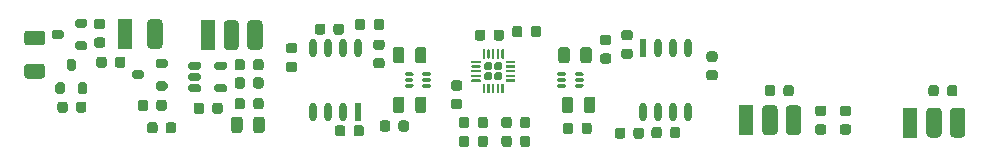
<source format=gbp>
%TF.GenerationSoftware,KiCad,Pcbnew,5.1.10-88a1d61d58~90~ubuntu20.04.1*%
%TF.CreationDate,2021-10-17T13:06:20+02:00*%
%TF.ProjectId,LightSTICK,4c696768-7453-4544-9943-4b2e6b696361,rev?*%
%TF.SameCoordinates,Original*%
%TF.FileFunction,Paste,Bot*%
%TF.FilePolarity,Positive*%
%FSLAX46Y46*%
G04 Gerber Fmt 4.6, Leading zero omitted, Abs format (unit mm)*
G04 Created by KiCad (PCBNEW 5.1.10-88a1d61d58~90~ubuntu20.04.1) date 2021-10-17 13:06:20*
%MOMM*%
%LPD*%
G01*
G04 APERTURE LIST*
%ADD10O,0.599440X1.549400*%
%ADD11R,0.599440X1.549400*%
%ADD12C,0.100000*%
%ADD13R,1.300000X2.540000*%
G04 APERTURE END LIST*
%TO.C,R1*%
G36*
G01*
X91475000Y-52656250D02*
X91475000Y-52143750D01*
G75*
G02*
X91693750Y-51925000I218750J0D01*
G01*
X92131250Y-51925000D01*
G75*
G02*
X92350000Y-52143750I0J-218750D01*
G01*
X92350000Y-52656250D01*
G75*
G02*
X92131250Y-52875000I-218750J0D01*
G01*
X91693750Y-52875000D01*
G75*
G02*
X91475000Y-52656250I0J218750D01*
G01*
G37*
G36*
G01*
X93050000Y-52656250D02*
X93050000Y-52143750D01*
G75*
G02*
X93268750Y-51925000I218750J0D01*
G01*
X93706250Y-51925000D01*
G75*
G02*
X93925000Y-52143750I0J-218750D01*
G01*
X93925000Y-52656250D01*
G75*
G02*
X93706250Y-52875000I-218750J0D01*
G01*
X93268750Y-52875000D01*
G75*
G02*
X93050000Y-52656250I0J218750D01*
G01*
G37*
%TD*%
D10*
%TO.C,U4*%
X102595000Y-59197480D03*
X103865000Y-59197480D03*
X105135000Y-59197480D03*
X106405000Y-59197480D03*
X106405000Y-53802520D03*
X105135000Y-53802520D03*
X103865000Y-53802520D03*
D11*
X102595000Y-53802520D03*
%TD*%
%TO.C,IC1*%
G36*
G01*
X66270000Y-57362500D02*
X66270000Y-57037500D01*
G75*
G02*
X66432500Y-56875000I162500J0D01*
G01*
X67167500Y-56875000D01*
G75*
G02*
X67330000Y-57037500I0J-162500D01*
G01*
X67330000Y-57362500D01*
G75*
G02*
X67167500Y-57525000I-162500J0D01*
G01*
X66432500Y-57525000D01*
G75*
G02*
X66270000Y-57362500I0J162500D01*
G01*
G37*
G36*
G01*
X66270000Y-55462500D02*
X66270000Y-55137500D01*
G75*
G02*
X66432500Y-54975000I162500J0D01*
G01*
X67167500Y-54975000D01*
G75*
G02*
X67330000Y-55137500I0J-162500D01*
G01*
X67330000Y-55462500D01*
G75*
G02*
X67167500Y-55625000I-162500J0D01*
G01*
X66432500Y-55625000D01*
G75*
G02*
X66270000Y-55462500I0J162500D01*
G01*
G37*
G36*
G01*
X64070000Y-55462500D02*
X64070000Y-55137500D01*
G75*
G02*
X64232500Y-54975000I162500J0D01*
G01*
X64967500Y-54975000D01*
G75*
G02*
X65130000Y-55137500I0J-162500D01*
G01*
X65130000Y-55462500D01*
G75*
G02*
X64967500Y-55625000I-162500J0D01*
G01*
X64232500Y-55625000D01*
G75*
G02*
X64070000Y-55462500I0J162500D01*
G01*
G37*
G36*
G01*
X64070000Y-56412500D02*
X64070000Y-56087500D01*
G75*
G02*
X64232500Y-55925000I162500J0D01*
G01*
X64967500Y-55925000D01*
G75*
G02*
X65130000Y-56087500I0J-162500D01*
G01*
X65130000Y-56412500D01*
G75*
G02*
X64967500Y-56575000I-162500J0D01*
G01*
X64232500Y-56575000D01*
G75*
G02*
X64070000Y-56412500I0J162500D01*
G01*
G37*
G36*
G01*
X64070000Y-57362500D02*
X64070000Y-57037500D01*
G75*
G02*
X64232500Y-56875000I162500J0D01*
G01*
X64967500Y-56875000D01*
G75*
G02*
X65130000Y-57037500I0J-162500D01*
G01*
X65130000Y-57362500D01*
G75*
G02*
X64967500Y-57525000I-162500J0D01*
G01*
X64232500Y-57525000D01*
G75*
G02*
X64070000Y-57362500I0J162500D01*
G01*
G37*
%TD*%
%TO.C,R23*%
G36*
G01*
X67675000Y-60756250D02*
X67675000Y-59843750D01*
G75*
G02*
X67918750Y-59600000I243750J0D01*
G01*
X68406250Y-59600000D01*
G75*
G02*
X68650000Y-59843750I0J-243750D01*
G01*
X68650000Y-60756250D01*
G75*
G02*
X68406250Y-61000000I-243750J0D01*
G01*
X67918750Y-61000000D01*
G75*
G02*
X67675000Y-60756250I0J243750D01*
G01*
G37*
G36*
G01*
X69550000Y-60756250D02*
X69550000Y-59843750D01*
G75*
G02*
X69793750Y-59600000I243750J0D01*
G01*
X70281250Y-59600000D01*
G75*
G02*
X70525000Y-59843750I0J-243750D01*
G01*
X70525000Y-60756250D01*
G75*
G02*
X70281250Y-61000000I-243750J0D01*
G01*
X69793750Y-61000000D01*
G75*
G02*
X69550000Y-60756250I0J243750D01*
G01*
G37*
%TD*%
%TO.C,R22*%
G36*
G01*
X115325000Y-57143750D02*
X115325000Y-57656250D01*
G75*
G02*
X115106250Y-57875000I-218750J0D01*
G01*
X114668750Y-57875000D01*
G75*
G02*
X114450000Y-57656250I0J218750D01*
G01*
X114450000Y-57143750D01*
G75*
G02*
X114668750Y-56925000I218750J0D01*
G01*
X115106250Y-56925000D01*
G75*
G02*
X115325000Y-57143750I0J-218750D01*
G01*
G37*
G36*
G01*
X113750000Y-57143750D02*
X113750000Y-57656250D01*
G75*
G02*
X113531250Y-57875000I-218750J0D01*
G01*
X113093750Y-57875000D01*
G75*
G02*
X112875000Y-57656250I0J218750D01*
G01*
X112875000Y-57143750D01*
G75*
G02*
X113093750Y-56925000I218750J0D01*
G01*
X113531250Y-56925000D01*
G75*
G02*
X113750000Y-57143750I0J-218750D01*
G01*
G37*
%TD*%
%TO.C,R21*%
G36*
G01*
X129175000Y-57143750D02*
X129175000Y-57656250D01*
G75*
G02*
X128956250Y-57875000I-218750J0D01*
G01*
X128518750Y-57875000D01*
G75*
G02*
X128300000Y-57656250I0J218750D01*
G01*
X128300000Y-57143750D01*
G75*
G02*
X128518750Y-56925000I218750J0D01*
G01*
X128956250Y-56925000D01*
G75*
G02*
X129175000Y-57143750I0J-218750D01*
G01*
G37*
G36*
G01*
X127600000Y-57143750D02*
X127600000Y-57656250D01*
G75*
G02*
X127381250Y-57875000I-218750J0D01*
G01*
X126943750Y-57875000D01*
G75*
G02*
X126725000Y-57656250I0J218750D01*
G01*
X126725000Y-57143750D01*
G75*
G02*
X126943750Y-56925000I218750J0D01*
G01*
X127381250Y-56925000D01*
G75*
G02*
X127600000Y-57143750I0J-218750D01*
G01*
G37*
%TD*%
%TO.C,R20*%
G36*
G01*
X55425000Y-58543750D02*
X55425000Y-59056250D01*
G75*
G02*
X55206250Y-59275000I-218750J0D01*
G01*
X54768750Y-59275000D01*
G75*
G02*
X54550000Y-59056250I0J218750D01*
G01*
X54550000Y-58543750D01*
G75*
G02*
X54768750Y-58325000I218750J0D01*
G01*
X55206250Y-58325000D01*
G75*
G02*
X55425000Y-58543750I0J-218750D01*
G01*
G37*
G36*
G01*
X53850000Y-58543750D02*
X53850000Y-59056250D01*
G75*
G02*
X53631250Y-59275000I-218750J0D01*
G01*
X53193750Y-59275000D01*
G75*
G02*
X52975000Y-59056250I0J218750D01*
G01*
X52975000Y-58543750D01*
G75*
G02*
X53193750Y-58325000I218750J0D01*
G01*
X53631250Y-58325000D01*
G75*
G02*
X53850000Y-58543750I0J-218750D01*
G01*
G37*
%TD*%
%TO.C,R19*%
G36*
G01*
X64512500Y-59156250D02*
X64512500Y-58643750D01*
G75*
G02*
X64731250Y-58425000I218750J0D01*
G01*
X65168750Y-58425000D01*
G75*
G02*
X65387500Y-58643750I0J-218750D01*
G01*
X65387500Y-59156250D01*
G75*
G02*
X65168750Y-59375000I-218750J0D01*
G01*
X64731250Y-59375000D01*
G75*
G02*
X64512500Y-59156250I0J218750D01*
G01*
G37*
G36*
G01*
X66087500Y-59156250D02*
X66087500Y-58643750D01*
G75*
G02*
X66306250Y-58425000I218750J0D01*
G01*
X66743750Y-58425000D01*
G75*
G02*
X66962500Y-58643750I0J-218750D01*
G01*
X66962500Y-59156250D01*
G75*
G02*
X66743750Y-59375000I-218750J0D01*
G01*
X66306250Y-59375000D01*
G75*
G02*
X66087500Y-59156250I0J218750D01*
G01*
G37*
%TD*%
%TO.C,R18*%
G36*
G01*
X60575000Y-60806250D02*
X60575000Y-60293750D01*
G75*
G02*
X60793750Y-60075000I218750J0D01*
G01*
X61231250Y-60075000D01*
G75*
G02*
X61450000Y-60293750I0J-218750D01*
G01*
X61450000Y-60806250D01*
G75*
G02*
X61231250Y-61025000I-218750J0D01*
G01*
X60793750Y-61025000D01*
G75*
G02*
X60575000Y-60806250I0J218750D01*
G01*
G37*
G36*
G01*
X62150000Y-60806250D02*
X62150000Y-60293750D01*
G75*
G02*
X62368750Y-60075000I218750J0D01*
G01*
X62806250Y-60075000D01*
G75*
G02*
X63025000Y-60293750I0J-218750D01*
G01*
X63025000Y-60806250D01*
G75*
G02*
X62806250Y-61025000I-218750J0D01*
G01*
X62368750Y-61025000D01*
G75*
G02*
X62150000Y-60806250I0J218750D01*
G01*
G37*
%TD*%
%TO.C,Q4*%
G36*
G01*
X55300000Y-57700000D02*
X54900000Y-57700000D01*
G75*
G02*
X54700000Y-57500000I0J200000D01*
G01*
X54700000Y-56900000D01*
G75*
G02*
X54900000Y-56700000I200000J0D01*
G01*
X55300000Y-56700000D01*
G75*
G02*
X55500000Y-56900000I0J-200000D01*
G01*
X55500000Y-57500000D01*
G75*
G02*
X55300000Y-57700000I-200000J0D01*
G01*
G37*
G36*
G01*
X53400000Y-57700000D02*
X53000000Y-57700000D01*
G75*
G02*
X52800000Y-57500000I0J200000D01*
G01*
X52800000Y-56900000D01*
G75*
G02*
X53000000Y-56700000I200000J0D01*
G01*
X53400000Y-56700000D01*
G75*
G02*
X53600000Y-56900000I0J-200000D01*
G01*
X53600000Y-57500000D01*
G75*
G02*
X53400000Y-57700000I-200000J0D01*
G01*
G37*
G36*
G01*
X54350000Y-55700000D02*
X53950000Y-55700000D01*
G75*
G02*
X53750000Y-55500000I0J200000D01*
G01*
X53750000Y-54900000D01*
G75*
G02*
X53950000Y-54700000I200000J0D01*
G01*
X54350000Y-54700000D01*
G75*
G02*
X54550000Y-54900000I0J-200000D01*
G01*
X54550000Y-55500000D01*
G75*
G02*
X54350000Y-55700000I-200000J0D01*
G01*
G37*
%TD*%
%TO.C,Q3*%
G36*
G01*
X55500000Y-51500000D02*
X55500000Y-51900000D01*
G75*
G02*
X55300000Y-52100000I-200000J0D01*
G01*
X54700000Y-52100000D01*
G75*
G02*
X54500000Y-51900000I0J200000D01*
G01*
X54500000Y-51500000D01*
G75*
G02*
X54700000Y-51300000I200000J0D01*
G01*
X55300000Y-51300000D01*
G75*
G02*
X55500000Y-51500000I0J-200000D01*
G01*
G37*
G36*
G01*
X55500000Y-53400000D02*
X55500000Y-53800000D01*
G75*
G02*
X55300000Y-54000000I-200000J0D01*
G01*
X54700000Y-54000000D01*
G75*
G02*
X54500000Y-53800000I0J200000D01*
G01*
X54500000Y-53400000D01*
G75*
G02*
X54700000Y-53200000I200000J0D01*
G01*
X55300000Y-53200000D01*
G75*
G02*
X55500000Y-53400000I0J-200000D01*
G01*
G37*
G36*
G01*
X53500000Y-52450000D02*
X53500000Y-52850000D01*
G75*
G02*
X53300000Y-53050000I-200000J0D01*
G01*
X52700000Y-53050000D01*
G75*
G02*
X52500000Y-52850000I0J200000D01*
G01*
X52500000Y-52450000D01*
G75*
G02*
X52700000Y-52250000I200000J0D01*
G01*
X53300000Y-52250000D01*
G75*
G02*
X53500000Y-52450000I0J-200000D01*
G01*
G37*
%TD*%
%TO.C,C16*%
G36*
G01*
X67975000Y-58756250D02*
X67975000Y-58243750D01*
G75*
G02*
X68193750Y-58025000I218750J0D01*
G01*
X68631250Y-58025000D01*
G75*
G02*
X68850000Y-58243750I0J-218750D01*
G01*
X68850000Y-58756250D01*
G75*
G02*
X68631250Y-58975000I-218750J0D01*
G01*
X68193750Y-58975000D01*
G75*
G02*
X67975000Y-58756250I0J218750D01*
G01*
G37*
G36*
G01*
X69550000Y-58756250D02*
X69550000Y-58243750D01*
G75*
G02*
X69768750Y-58025000I218750J0D01*
G01*
X70206250Y-58025000D01*
G75*
G02*
X70425000Y-58243750I0J-218750D01*
G01*
X70425000Y-58756250D01*
G75*
G02*
X70206250Y-58975000I-218750J0D01*
G01*
X69768750Y-58975000D01*
G75*
G02*
X69550000Y-58756250I0J218750D01*
G01*
G37*
%TD*%
%TO.C,R17*%
G36*
G01*
X86518750Y-56525000D02*
X87031250Y-56525000D01*
G75*
G02*
X87250000Y-56743750I0J-218750D01*
G01*
X87250000Y-57181250D01*
G75*
G02*
X87031250Y-57400000I-218750J0D01*
G01*
X86518750Y-57400000D01*
G75*
G02*
X86300000Y-57181250I0J218750D01*
G01*
X86300000Y-56743750D01*
G75*
G02*
X86518750Y-56525000I218750J0D01*
G01*
G37*
G36*
G01*
X86518750Y-58100000D02*
X87031250Y-58100000D01*
G75*
G02*
X87250000Y-58318750I0J-218750D01*
G01*
X87250000Y-58756250D01*
G75*
G02*
X87031250Y-58975000I-218750J0D01*
G01*
X86518750Y-58975000D01*
G75*
G02*
X86300000Y-58756250I0J218750D01*
G01*
X86300000Y-58318750D01*
G75*
G02*
X86518750Y-58100000I218750J0D01*
G01*
G37*
%TD*%
D12*
%TO.C,U6*%
G36*
X89174039Y-54659755D02*
G01*
X89171194Y-54669134D01*
X89166573Y-54677779D01*
X89160355Y-54685355D01*
X89152779Y-54691573D01*
X89144134Y-54696194D01*
X89134755Y-54699039D01*
X89125000Y-54700000D01*
X89075711Y-54700000D01*
X89065956Y-54699039D01*
X89056577Y-54696194D01*
X89047932Y-54691573D01*
X89040356Y-54685355D01*
X88989645Y-54634644D01*
X88983427Y-54627068D01*
X88978806Y-54618423D01*
X88975961Y-54609044D01*
X88975000Y-54599289D01*
X88975000Y-53950000D01*
X88975961Y-53940245D01*
X88978806Y-53930866D01*
X88983427Y-53922221D01*
X88989645Y-53914645D01*
X88997221Y-53908427D01*
X89005866Y-53903806D01*
X89015245Y-53900961D01*
X89025000Y-53900000D01*
X89125000Y-53900000D01*
X89134755Y-53900961D01*
X89144134Y-53903806D01*
X89152779Y-53908427D01*
X89160355Y-53914645D01*
X89166573Y-53922221D01*
X89171194Y-53930866D01*
X89174039Y-53940245D01*
X89175000Y-53950000D01*
X89175000Y-54650000D01*
X89174039Y-54659755D01*
G37*
G36*
G01*
X89425000Y-53900000D02*
X89525000Y-53900000D01*
G75*
G02*
X89575000Y-53950000I0J-50000D01*
G01*
X89575000Y-54650000D01*
G75*
G02*
X89525000Y-54700000I-50000J0D01*
G01*
X89425000Y-54700000D01*
G75*
G02*
X89375000Y-54650000I0J50000D01*
G01*
X89375000Y-53950000D01*
G75*
G02*
X89425000Y-53900000I50000J0D01*
G01*
G37*
G36*
G01*
X89825000Y-53900000D02*
X89925000Y-53900000D01*
G75*
G02*
X89975000Y-53950000I0J-50000D01*
G01*
X89975000Y-54650000D01*
G75*
G02*
X89925000Y-54700000I-50000J0D01*
G01*
X89825000Y-54700000D01*
G75*
G02*
X89775000Y-54650000I0J50000D01*
G01*
X89775000Y-53950000D01*
G75*
G02*
X89825000Y-53900000I50000J0D01*
G01*
G37*
G36*
G01*
X90225000Y-53900000D02*
X90325000Y-53900000D01*
G75*
G02*
X90375000Y-53950000I0J-50000D01*
G01*
X90375000Y-54650000D01*
G75*
G02*
X90325000Y-54700000I-50000J0D01*
G01*
X90225000Y-54700000D01*
G75*
G02*
X90175000Y-54650000I0J50000D01*
G01*
X90175000Y-53950000D01*
G75*
G02*
X90225000Y-53900000I50000J0D01*
G01*
G37*
G36*
X90774039Y-54609044D02*
G01*
X90771194Y-54618423D01*
X90766573Y-54627068D01*
X90760355Y-54634644D01*
X90709644Y-54685355D01*
X90702068Y-54691573D01*
X90693423Y-54696194D01*
X90684044Y-54699039D01*
X90674289Y-54700000D01*
X90625000Y-54700000D01*
X90615245Y-54699039D01*
X90605866Y-54696194D01*
X90597221Y-54691573D01*
X90589645Y-54685355D01*
X90583427Y-54677779D01*
X90578806Y-54669134D01*
X90575961Y-54659755D01*
X90575000Y-54650000D01*
X90575000Y-53950000D01*
X90575961Y-53940245D01*
X90578806Y-53930866D01*
X90583427Y-53922221D01*
X90589645Y-53914645D01*
X90597221Y-53908427D01*
X90605866Y-53903806D01*
X90615245Y-53900961D01*
X90625000Y-53900000D01*
X90725000Y-53900000D01*
X90734755Y-53900961D01*
X90744134Y-53903806D01*
X90752779Y-53908427D01*
X90760355Y-53914645D01*
X90766573Y-53922221D01*
X90771194Y-53930866D01*
X90774039Y-53940245D01*
X90775000Y-53950000D01*
X90775000Y-54599289D01*
X90774039Y-54609044D01*
G37*
G36*
X91724039Y-55009755D02*
G01*
X91721194Y-55019134D01*
X91716573Y-55027779D01*
X91710355Y-55035355D01*
X91702779Y-55041573D01*
X91694134Y-55046194D01*
X91684755Y-55049039D01*
X91675000Y-55050000D01*
X90975000Y-55050000D01*
X90965245Y-55049039D01*
X90955866Y-55046194D01*
X90947221Y-55041573D01*
X90939645Y-55035355D01*
X90933427Y-55027779D01*
X90928806Y-55019134D01*
X90925961Y-55009755D01*
X90925000Y-55000000D01*
X90925000Y-54950711D01*
X90925961Y-54940956D01*
X90928806Y-54931577D01*
X90933427Y-54922932D01*
X90939645Y-54915356D01*
X90990356Y-54864645D01*
X90997932Y-54858427D01*
X91006577Y-54853806D01*
X91015956Y-54850961D01*
X91025711Y-54850000D01*
X91675000Y-54850000D01*
X91684755Y-54850961D01*
X91694134Y-54853806D01*
X91702779Y-54858427D01*
X91710355Y-54864645D01*
X91716573Y-54872221D01*
X91721194Y-54880866D01*
X91724039Y-54890245D01*
X91725000Y-54900000D01*
X91725000Y-55000000D01*
X91724039Y-55009755D01*
G37*
G36*
G01*
X90975000Y-55250000D02*
X91675000Y-55250000D01*
G75*
G02*
X91725000Y-55300000I0J-50000D01*
G01*
X91725000Y-55400000D01*
G75*
G02*
X91675000Y-55450000I-50000J0D01*
G01*
X90975000Y-55450000D01*
G75*
G02*
X90925000Y-55400000I0J50000D01*
G01*
X90925000Y-55300000D01*
G75*
G02*
X90975000Y-55250000I50000J0D01*
G01*
G37*
G36*
G01*
X90975000Y-55650000D02*
X91675000Y-55650000D01*
G75*
G02*
X91725000Y-55700000I0J-50000D01*
G01*
X91725000Y-55800000D01*
G75*
G02*
X91675000Y-55850000I-50000J0D01*
G01*
X90975000Y-55850000D01*
G75*
G02*
X90925000Y-55800000I0J50000D01*
G01*
X90925000Y-55700000D01*
G75*
G02*
X90975000Y-55650000I50000J0D01*
G01*
G37*
G36*
G01*
X90975000Y-56050000D02*
X91675000Y-56050000D01*
G75*
G02*
X91725000Y-56100000I0J-50000D01*
G01*
X91725000Y-56200000D01*
G75*
G02*
X91675000Y-56250000I-50000J0D01*
G01*
X90975000Y-56250000D01*
G75*
G02*
X90925000Y-56200000I0J50000D01*
G01*
X90925000Y-56100000D01*
G75*
G02*
X90975000Y-56050000I50000J0D01*
G01*
G37*
G36*
X91724039Y-56609755D02*
G01*
X91721194Y-56619134D01*
X91716573Y-56627779D01*
X91710355Y-56635355D01*
X91702779Y-56641573D01*
X91694134Y-56646194D01*
X91684755Y-56649039D01*
X91675000Y-56650000D01*
X91025711Y-56650000D01*
X91015956Y-56649039D01*
X91006577Y-56646194D01*
X90997932Y-56641573D01*
X90990356Y-56635355D01*
X90939645Y-56584644D01*
X90933427Y-56577068D01*
X90928806Y-56568423D01*
X90925961Y-56559044D01*
X90925000Y-56549289D01*
X90925000Y-56500000D01*
X90925961Y-56490245D01*
X90928806Y-56480866D01*
X90933427Y-56472221D01*
X90939645Y-56464645D01*
X90947221Y-56458427D01*
X90955866Y-56453806D01*
X90965245Y-56450961D01*
X90975000Y-56450000D01*
X91675000Y-56450000D01*
X91684755Y-56450961D01*
X91694134Y-56453806D01*
X91702779Y-56458427D01*
X91710355Y-56464645D01*
X91716573Y-56472221D01*
X91721194Y-56480866D01*
X91724039Y-56490245D01*
X91725000Y-56500000D01*
X91725000Y-56600000D01*
X91724039Y-56609755D01*
G37*
G36*
X90774039Y-57559755D02*
G01*
X90771194Y-57569134D01*
X90766573Y-57577779D01*
X90760355Y-57585355D01*
X90752779Y-57591573D01*
X90744134Y-57596194D01*
X90734755Y-57599039D01*
X90725000Y-57600000D01*
X90625000Y-57600000D01*
X90615245Y-57599039D01*
X90605866Y-57596194D01*
X90597221Y-57591573D01*
X90589645Y-57585355D01*
X90583427Y-57577779D01*
X90578806Y-57569134D01*
X90575961Y-57559755D01*
X90575000Y-57550000D01*
X90575000Y-56850000D01*
X90575961Y-56840245D01*
X90578806Y-56830866D01*
X90583427Y-56822221D01*
X90589645Y-56814645D01*
X90597221Y-56808427D01*
X90605866Y-56803806D01*
X90615245Y-56800961D01*
X90625000Y-56800000D01*
X90674289Y-56800000D01*
X90684044Y-56800961D01*
X90693423Y-56803806D01*
X90702068Y-56808427D01*
X90709644Y-56814645D01*
X90760355Y-56865356D01*
X90766573Y-56872932D01*
X90771194Y-56881577D01*
X90774039Y-56890956D01*
X90775000Y-56900711D01*
X90775000Y-57550000D01*
X90774039Y-57559755D01*
G37*
G36*
G01*
X90225000Y-56800000D02*
X90325000Y-56800000D01*
G75*
G02*
X90375000Y-56850000I0J-50000D01*
G01*
X90375000Y-57550000D01*
G75*
G02*
X90325000Y-57600000I-50000J0D01*
G01*
X90225000Y-57600000D01*
G75*
G02*
X90175000Y-57550000I0J50000D01*
G01*
X90175000Y-56850000D01*
G75*
G02*
X90225000Y-56800000I50000J0D01*
G01*
G37*
G36*
G01*
X89825000Y-56800000D02*
X89925000Y-56800000D01*
G75*
G02*
X89975000Y-56850000I0J-50000D01*
G01*
X89975000Y-57550000D01*
G75*
G02*
X89925000Y-57600000I-50000J0D01*
G01*
X89825000Y-57600000D01*
G75*
G02*
X89775000Y-57550000I0J50000D01*
G01*
X89775000Y-56850000D01*
G75*
G02*
X89825000Y-56800000I50000J0D01*
G01*
G37*
G36*
G01*
X89425000Y-56800000D02*
X89525000Y-56800000D01*
G75*
G02*
X89575000Y-56850000I0J-50000D01*
G01*
X89575000Y-57550000D01*
G75*
G02*
X89525000Y-57600000I-50000J0D01*
G01*
X89425000Y-57600000D01*
G75*
G02*
X89375000Y-57550000I0J50000D01*
G01*
X89375000Y-56850000D01*
G75*
G02*
X89425000Y-56800000I50000J0D01*
G01*
G37*
G36*
X89174039Y-57559755D02*
G01*
X89171194Y-57569134D01*
X89166573Y-57577779D01*
X89160355Y-57585355D01*
X89152779Y-57591573D01*
X89144134Y-57596194D01*
X89134755Y-57599039D01*
X89125000Y-57600000D01*
X89025000Y-57600000D01*
X89015245Y-57599039D01*
X89005866Y-57596194D01*
X88997221Y-57591573D01*
X88989645Y-57585355D01*
X88983427Y-57577779D01*
X88978806Y-57569134D01*
X88975961Y-57559755D01*
X88975000Y-57550000D01*
X88975000Y-56900711D01*
X88975961Y-56890956D01*
X88978806Y-56881577D01*
X88983427Y-56872932D01*
X88989645Y-56865356D01*
X89040356Y-56814645D01*
X89047932Y-56808427D01*
X89056577Y-56803806D01*
X89065956Y-56800961D01*
X89075711Y-56800000D01*
X89125000Y-56800000D01*
X89134755Y-56800961D01*
X89144134Y-56803806D01*
X89152779Y-56808427D01*
X89160355Y-56814645D01*
X89166573Y-56822221D01*
X89171194Y-56830866D01*
X89174039Y-56840245D01*
X89175000Y-56850000D01*
X89175000Y-57550000D01*
X89174039Y-57559755D01*
G37*
G36*
X88824039Y-56559044D02*
G01*
X88821194Y-56568423D01*
X88816573Y-56577068D01*
X88810355Y-56584644D01*
X88759644Y-56635355D01*
X88752068Y-56641573D01*
X88743423Y-56646194D01*
X88734044Y-56649039D01*
X88724289Y-56650000D01*
X88075000Y-56650000D01*
X88065245Y-56649039D01*
X88055866Y-56646194D01*
X88047221Y-56641573D01*
X88039645Y-56635355D01*
X88033427Y-56627779D01*
X88028806Y-56619134D01*
X88025961Y-56609755D01*
X88025000Y-56600000D01*
X88025000Y-56500000D01*
X88025961Y-56490245D01*
X88028806Y-56480866D01*
X88033427Y-56472221D01*
X88039645Y-56464645D01*
X88047221Y-56458427D01*
X88055866Y-56453806D01*
X88065245Y-56450961D01*
X88075000Y-56450000D01*
X88775000Y-56450000D01*
X88784755Y-56450961D01*
X88794134Y-56453806D01*
X88802779Y-56458427D01*
X88810355Y-56464645D01*
X88816573Y-56472221D01*
X88821194Y-56480866D01*
X88824039Y-56490245D01*
X88825000Y-56500000D01*
X88825000Y-56549289D01*
X88824039Y-56559044D01*
G37*
G36*
G01*
X88075000Y-56050000D02*
X88775000Y-56050000D01*
G75*
G02*
X88825000Y-56100000I0J-50000D01*
G01*
X88825000Y-56200000D01*
G75*
G02*
X88775000Y-56250000I-50000J0D01*
G01*
X88075000Y-56250000D01*
G75*
G02*
X88025000Y-56200000I0J50000D01*
G01*
X88025000Y-56100000D01*
G75*
G02*
X88075000Y-56050000I50000J0D01*
G01*
G37*
G36*
G01*
X88075000Y-55650000D02*
X88775000Y-55650000D01*
G75*
G02*
X88825000Y-55700000I0J-50000D01*
G01*
X88825000Y-55800000D01*
G75*
G02*
X88775000Y-55850000I-50000J0D01*
G01*
X88075000Y-55850000D01*
G75*
G02*
X88025000Y-55800000I0J50000D01*
G01*
X88025000Y-55700000D01*
G75*
G02*
X88075000Y-55650000I50000J0D01*
G01*
G37*
G36*
G01*
X88075000Y-55250000D02*
X88775000Y-55250000D01*
G75*
G02*
X88825000Y-55300000I0J-50000D01*
G01*
X88825000Y-55400000D01*
G75*
G02*
X88775000Y-55450000I-50000J0D01*
G01*
X88075000Y-55450000D01*
G75*
G02*
X88025000Y-55400000I0J50000D01*
G01*
X88025000Y-55300000D01*
G75*
G02*
X88075000Y-55250000I50000J0D01*
G01*
G37*
G36*
X88824039Y-55009755D02*
G01*
X88821194Y-55019134D01*
X88816573Y-55027779D01*
X88810355Y-55035355D01*
X88802779Y-55041573D01*
X88794134Y-55046194D01*
X88784755Y-55049039D01*
X88775000Y-55050000D01*
X88075000Y-55050000D01*
X88065245Y-55049039D01*
X88055866Y-55046194D01*
X88047221Y-55041573D01*
X88039645Y-55035355D01*
X88033427Y-55027779D01*
X88028806Y-55019134D01*
X88025961Y-55009755D01*
X88025000Y-55000000D01*
X88025000Y-54900000D01*
X88025961Y-54890245D01*
X88028806Y-54880866D01*
X88033427Y-54872221D01*
X88039645Y-54864645D01*
X88047221Y-54858427D01*
X88055866Y-54853806D01*
X88065245Y-54850961D01*
X88075000Y-54850000D01*
X88724289Y-54850000D01*
X88734044Y-54850961D01*
X88743423Y-54853806D01*
X88752068Y-54858427D01*
X88759644Y-54864645D01*
X88810355Y-54915356D01*
X88816573Y-54922932D01*
X88821194Y-54931577D01*
X88824039Y-54940956D01*
X88825000Y-54950711D01*
X88825000Y-55000000D01*
X88824039Y-55009755D01*
G37*
G36*
G01*
X89277500Y-54980000D02*
X89622500Y-54980000D01*
G75*
G02*
X89795000Y-55152500I0J-172500D01*
G01*
X89795000Y-55497500D01*
G75*
G02*
X89622500Y-55670000I-172500J0D01*
G01*
X89277500Y-55670000D01*
G75*
G02*
X89105000Y-55497500I0J172500D01*
G01*
X89105000Y-55152500D01*
G75*
G02*
X89277500Y-54980000I172500J0D01*
G01*
G37*
G36*
G01*
X90127500Y-54980000D02*
X90472500Y-54980000D01*
G75*
G02*
X90645000Y-55152500I0J-172500D01*
G01*
X90645000Y-55497500D01*
G75*
G02*
X90472500Y-55670000I-172500J0D01*
G01*
X90127500Y-55670000D01*
G75*
G02*
X89955000Y-55497500I0J172500D01*
G01*
X89955000Y-55152500D01*
G75*
G02*
X90127500Y-54980000I172500J0D01*
G01*
G37*
G36*
G01*
X89277500Y-55830000D02*
X89622500Y-55830000D01*
G75*
G02*
X89795000Y-56002500I0J-172500D01*
G01*
X89795000Y-56347500D01*
G75*
G02*
X89622500Y-56520000I-172500J0D01*
G01*
X89277500Y-56520000D01*
G75*
G02*
X89105000Y-56347500I0J172500D01*
G01*
X89105000Y-56002500D01*
G75*
G02*
X89277500Y-55830000I172500J0D01*
G01*
G37*
G36*
G01*
X90127500Y-55830000D02*
X90472500Y-55830000D01*
G75*
G02*
X90645000Y-56002500I0J-172500D01*
G01*
X90645000Y-56347500D01*
G75*
G02*
X90472500Y-56520000I-172500J0D01*
G01*
X90127500Y-56520000D01*
G75*
G02*
X89955000Y-56347500I0J172500D01*
G01*
X89955000Y-56002500D01*
G75*
G02*
X90127500Y-55830000I172500J0D01*
G01*
G37*
%TD*%
%TO.C,Q1*%
G36*
G01*
X82350000Y-57015000D02*
X82350000Y-56985000D01*
G75*
G02*
X82485000Y-56850000I135000J0D01*
G01*
X83015000Y-56850000D01*
G75*
G02*
X83150000Y-56985000I0J-135000D01*
G01*
X83150000Y-57015000D01*
G75*
G02*
X83015000Y-57150000I-135000J0D01*
G01*
X82485000Y-57150000D01*
G75*
G02*
X82350000Y-57015000I0J135000D01*
G01*
G37*
G36*
G01*
X82350000Y-56015000D02*
X82350000Y-55985000D01*
G75*
G02*
X82485000Y-55850000I135000J0D01*
G01*
X83015000Y-55850000D01*
G75*
G02*
X83150000Y-55985000I0J-135000D01*
G01*
X83150000Y-56015000D01*
G75*
G02*
X83015000Y-56150000I-135000J0D01*
G01*
X82485000Y-56150000D01*
G75*
G02*
X82350000Y-56015000I0J135000D01*
G01*
G37*
G36*
G01*
X83850000Y-57015000D02*
X83850000Y-56985000D01*
G75*
G02*
X83985000Y-56850000I135000J0D01*
G01*
X84515000Y-56850000D01*
G75*
G02*
X84650000Y-56985000I0J-135000D01*
G01*
X84650000Y-57015000D01*
G75*
G02*
X84515000Y-57150000I-135000J0D01*
G01*
X83985000Y-57150000D01*
G75*
G02*
X83850000Y-57015000I0J135000D01*
G01*
G37*
G36*
G01*
X82350000Y-56515000D02*
X82350000Y-56485000D01*
G75*
G02*
X82485000Y-56350000I135000J0D01*
G01*
X83015000Y-56350000D01*
G75*
G02*
X83150000Y-56485000I0J-135000D01*
G01*
X83150000Y-56515000D01*
G75*
G02*
X83015000Y-56650000I-135000J0D01*
G01*
X82485000Y-56650000D01*
G75*
G02*
X82350000Y-56515000I0J135000D01*
G01*
G37*
G36*
G01*
X83850000Y-56015000D02*
X83850000Y-55985000D01*
G75*
G02*
X83985000Y-55850000I135000J0D01*
G01*
X84515000Y-55850000D01*
G75*
G02*
X84650000Y-55985000I0J-135000D01*
G01*
X84650000Y-56015000D01*
G75*
G02*
X84515000Y-56150000I-135000J0D01*
G01*
X83985000Y-56150000D01*
G75*
G02*
X83850000Y-56015000I0J135000D01*
G01*
G37*
G36*
G01*
X83850000Y-56515000D02*
X83850000Y-56485000D01*
G75*
G02*
X83985000Y-56350000I135000J0D01*
G01*
X84515000Y-56350000D01*
G75*
G02*
X84650000Y-56485000I0J-135000D01*
G01*
X84650000Y-56515000D01*
G75*
G02*
X84515000Y-56650000I-135000J0D01*
G01*
X83985000Y-56650000D01*
G75*
G02*
X83850000Y-56515000I0J135000D01*
G01*
G37*
%TD*%
%TO.C,Q2*%
G36*
G01*
X97550000Y-55985000D02*
X97550000Y-56015000D01*
G75*
G02*
X97415000Y-56150000I-135000J0D01*
G01*
X96885000Y-56150000D01*
G75*
G02*
X96750000Y-56015000I0J135000D01*
G01*
X96750000Y-55985000D01*
G75*
G02*
X96885000Y-55850000I135000J0D01*
G01*
X97415000Y-55850000D01*
G75*
G02*
X97550000Y-55985000I0J-135000D01*
G01*
G37*
G36*
G01*
X97550000Y-56985000D02*
X97550000Y-57015000D01*
G75*
G02*
X97415000Y-57150000I-135000J0D01*
G01*
X96885000Y-57150000D01*
G75*
G02*
X96750000Y-57015000I0J135000D01*
G01*
X96750000Y-56985000D01*
G75*
G02*
X96885000Y-56850000I135000J0D01*
G01*
X97415000Y-56850000D01*
G75*
G02*
X97550000Y-56985000I0J-135000D01*
G01*
G37*
G36*
G01*
X96050000Y-55985000D02*
X96050000Y-56015000D01*
G75*
G02*
X95915000Y-56150000I-135000J0D01*
G01*
X95385000Y-56150000D01*
G75*
G02*
X95250000Y-56015000I0J135000D01*
G01*
X95250000Y-55985000D01*
G75*
G02*
X95385000Y-55850000I135000J0D01*
G01*
X95915000Y-55850000D01*
G75*
G02*
X96050000Y-55985000I0J-135000D01*
G01*
G37*
G36*
G01*
X97550000Y-56485000D02*
X97550000Y-56515000D01*
G75*
G02*
X97415000Y-56650000I-135000J0D01*
G01*
X96885000Y-56650000D01*
G75*
G02*
X96750000Y-56515000I0J135000D01*
G01*
X96750000Y-56485000D01*
G75*
G02*
X96885000Y-56350000I135000J0D01*
G01*
X97415000Y-56350000D01*
G75*
G02*
X97550000Y-56485000I0J-135000D01*
G01*
G37*
G36*
G01*
X96050000Y-56985000D02*
X96050000Y-57015000D01*
G75*
G02*
X95915000Y-57150000I-135000J0D01*
G01*
X95385000Y-57150000D01*
G75*
G02*
X95250000Y-57015000I0J135000D01*
G01*
X95250000Y-56985000D01*
G75*
G02*
X95385000Y-56850000I135000J0D01*
G01*
X95915000Y-56850000D01*
G75*
G02*
X96050000Y-56985000I0J-135000D01*
G01*
G37*
G36*
G01*
X96050000Y-56485000D02*
X96050000Y-56515000D01*
G75*
G02*
X95915000Y-56650000I-135000J0D01*
G01*
X95385000Y-56650000D01*
G75*
G02*
X95250000Y-56515000I0J135000D01*
G01*
X95250000Y-56485000D01*
G75*
G02*
X95385000Y-56350000I135000J0D01*
G01*
X95915000Y-56350000D01*
G75*
G02*
X96050000Y-56485000I0J-135000D01*
G01*
G37*
%TD*%
%TO.C,R16*%
G36*
G01*
X67975000Y-57006250D02*
X67975000Y-56493750D01*
G75*
G02*
X68193750Y-56275000I218750J0D01*
G01*
X68631250Y-56275000D01*
G75*
G02*
X68850000Y-56493750I0J-218750D01*
G01*
X68850000Y-57006250D01*
G75*
G02*
X68631250Y-57225000I-218750J0D01*
G01*
X68193750Y-57225000D01*
G75*
G02*
X67975000Y-57006250I0J218750D01*
G01*
G37*
G36*
G01*
X69550000Y-57006250D02*
X69550000Y-56493750D01*
G75*
G02*
X69768750Y-56275000I218750J0D01*
G01*
X70206250Y-56275000D01*
G75*
G02*
X70425000Y-56493750I0J-218750D01*
G01*
X70425000Y-57006250D01*
G75*
G02*
X70206250Y-57225000I-218750J0D01*
G01*
X69768750Y-57225000D01*
G75*
G02*
X69550000Y-57006250I0J218750D01*
G01*
G37*
%TD*%
%TO.C,C14*%
G36*
G01*
X51675000Y-56375000D02*
X50425000Y-56375000D01*
G75*
G02*
X50175000Y-56125000I0J250000D01*
G01*
X50175000Y-55375000D01*
G75*
G02*
X50425000Y-55125000I250000J0D01*
G01*
X51675000Y-55125000D01*
G75*
G02*
X51925000Y-55375000I0J-250000D01*
G01*
X51925000Y-56125000D01*
G75*
G02*
X51675000Y-56375000I-250000J0D01*
G01*
G37*
G36*
G01*
X51675000Y-53575000D02*
X50425000Y-53575000D01*
G75*
G02*
X50175000Y-53325000I0J250000D01*
G01*
X50175000Y-52575000D01*
G75*
G02*
X50425000Y-52325000I250000J0D01*
G01*
X51675000Y-52325000D01*
G75*
G02*
X51925000Y-52575000I0J-250000D01*
G01*
X51925000Y-53325000D01*
G75*
G02*
X51675000Y-53575000I-250000J0D01*
G01*
G37*
%TD*%
%TO.C,U5*%
G36*
G01*
X69050000Y-53645000D02*
X69050000Y-51755000D01*
G75*
G02*
X69375000Y-51430000I325000J0D01*
G01*
X70025000Y-51430000D01*
G75*
G02*
X70350000Y-51755000I0J-325000D01*
G01*
X70350000Y-53645000D01*
G75*
G02*
X70025000Y-53970000I-325000J0D01*
G01*
X69375000Y-53970000D01*
G75*
G02*
X69050000Y-53645000I0J325000D01*
G01*
G37*
G36*
G01*
X67050000Y-53645000D02*
X67050000Y-51755000D01*
G75*
G02*
X67375000Y-51430000I325000J0D01*
G01*
X68025000Y-51430000D01*
G75*
G02*
X68350000Y-51755000I0J-325000D01*
G01*
X68350000Y-53645000D01*
G75*
G02*
X68025000Y-53970000I-325000J0D01*
G01*
X67375000Y-53970000D01*
G75*
G02*
X67050000Y-53645000I0J325000D01*
G01*
G37*
D13*
X65700000Y-52700000D03*
%TD*%
%TO.C,C15*%
G36*
G01*
X70425000Y-54943750D02*
X70425000Y-55456250D01*
G75*
G02*
X70206250Y-55675000I-218750J0D01*
G01*
X69768750Y-55675000D01*
G75*
G02*
X69550000Y-55456250I0J218750D01*
G01*
X69550000Y-54943750D01*
G75*
G02*
X69768750Y-54725000I218750J0D01*
G01*
X70206250Y-54725000D01*
G75*
G02*
X70425000Y-54943750I0J-218750D01*
G01*
G37*
G36*
G01*
X68850000Y-54943750D02*
X68850000Y-55456250D01*
G75*
G02*
X68631250Y-55675000I-218750J0D01*
G01*
X68193750Y-55675000D01*
G75*
G02*
X67975000Y-55456250I0J218750D01*
G01*
X67975000Y-54943750D01*
G75*
G02*
X68193750Y-54725000I218750J0D01*
G01*
X68631250Y-54725000D01*
G75*
G02*
X68850000Y-54943750I0J-218750D01*
G01*
G37*
%TD*%
%TO.C,C13*%
G36*
G01*
X88325000Y-52956250D02*
X88325000Y-52443750D01*
G75*
G02*
X88543750Y-52225000I218750J0D01*
G01*
X88981250Y-52225000D01*
G75*
G02*
X89200000Y-52443750I0J-218750D01*
G01*
X89200000Y-52956250D01*
G75*
G02*
X88981250Y-53175000I-218750J0D01*
G01*
X88543750Y-53175000D01*
G75*
G02*
X88325000Y-52956250I0J218750D01*
G01*
G37*
G36*
G01*
X89900000Y-52956250D02*
X89900000Y-52443750D01*
G75*
G02*
X90118750Y-52225000I218750J0D01*
G01*
X90556250Y-52225000D01*
G75*
G02*
X90775000Y-52443750I0J-218750D01*
G01*
X90775000Y-52956250D01*
G75*
G02*
X90556250Y-53175000I-218750J0D01*
G01*
X90118750Y-53175000D01*
G75*
G02*
X89900000Y-52956250I0J218750D01*
G01*
G37*
%TD*%
%TO.C,R6*%
G36*
G01*
X56806250Y-53775000D02*
X56293750Y-53775000D01*
G75*
G02*
X56075000Y-53556250I0J218750D01*
G01*
X56075000Y-53118750D01*
G75*
G02*
X56293750Y-52900000I218750J0D01*
G01*
X56806250Y-52900000D01*
G75*
G02*
X57025000Y-53118750I0J-218750D01*
G01*
X57025000Y-53556250D01*
G75*
G02*
X56806250Y-53775000I-218750J0D01*
G01*
G37*
G36*
G01*
X56806250Y-52200000D02*
X56293750Y-52200000D01*
G75*
G02*
X56075000Y-51981250I0J218750D01*
G01*
X56075000Y-51543750D01*
G75*
G02*
X56293750Y-51325000I218750J0D01*
G01*
X56806250Y-51325000D01*
G75*
G02*
X57025000Y-51543750I0J-218750D01*
G01*
X57025000Y-51981250D01*
G75*
G02*
X56806250Y-52200000I-218750J0D01*
G01*
G37*
%TD*%
%TO.C,J14*%
G36*
G01*
X60580000Y-53545000D02*
X60580000Y-51655000D01*
G75*
G02*
X60905000Y-51330000I325000J0D01*
G01*
X61555000Y-51330000D01*
G75*
G02*
X61880000Y-51655000I0J-325000D01*
G01*
X61880000Y-53545000D01*
G75*
G02*
X61555000Y-53870000I-325000J0D01*
G01*
X60905000Y-53870000D01*
G75*
G02*
X60580000Y-53545000I0J325000D01*
G01*
G37*
X58690000Y-52600000D03*
%TD*%
%TO.C,C10*%
G36*
G01*
X100175000Y-61256250D02*
X100175000Y-60743750D01*
G75*
G02*
X100393750Y-60525000I218750J0D01*
G01*
X100831250Y-60525000D01*
G75*
G02*
X101050000Y-60743750I0J-218750D01*
G01*
X101050000Y-61256250D01*
G75*
G02*
X100831250Y-61475000I-218750J0D01*
G01*
X100393750Y-61475000D01*
G75*
G02*
X100175000Y-61256250I0J218750D01*
G01*
G37*
G36*
G01*
X101750000Y-61256250D02*
X101750000Y-60743750D01*
G75*
G02*
X101968750Y-60525000I218750J0D01*
G01*
X102406250Y-60525000D01*
G75*
G02*
X102625000Y-60743750I0J-218750D01*
G01*
X102625000Y-61256250D01*
G75*
G02*
X102406250Y-61475000I-218750J0D01*
G01*
X101968750Y-61475000D01*
G75*
G02*
X101750000Y-61256250I0J218750D01*
G01*
G37*
%TD*%
%TO.C,C9*%
G36*
G01*
X103275000Y-61206250D02*
X103275000Y-60693750D01*
G75*
G02*
X103493750Y-60475000I218750J0D01*
G01*
X103931250Y-60475000D01*
G75*
G02*
X104150000Y-60693750I0J-218750D01*
G01*
X104150000Y-61206250D01*
G75*
G02*
X103931250Y-61425000I-218750J0D01*
G01*
X103493750Y-61425000D01*
G75*
G02*
X103275000Y-61206250I0J218750D01*
G01*
G37*
G36*
G01*
X104850000Y-61206250D02*
X104850000Y-60693750D01*
G75*
G02*
X105068750Y-60475000I218750J0D01*
G01*
X105506250Y-60475000D01*
G75*
G02*
X105725000Y-60693750I0J-218750D01*
G01*
X105725000Y-61206250D01*
G75*
G02*
X105506250Y-61425000I-218750J0D01*
G01*
X105068750Y-61425000D01*
G75*
G02*
X104850000Y-61206250I0J218750D01*
G01*
G37*
%TD*%
%TO.C,C8*%
G36*
G01*
X101456250Y-54725000D02*
X100943750Y-54725000D01*
G75*
G02*
X100725000Y-54506250I0J218750D01*
G01*
X100725000Y-54068750D01*
G75*
G02*
X100943750Y-53850000I218750J0D01*
G01*
X101456250Y-53850000D01*
G75*
G02*
X101675000Y-54068750I0J-218750D01*
G01*
X101675000Y-54506250D01*
G75*
G02*
X101456250Y-54725000I-218750J0D01*
G01*
G37*
G36*
G01*
X101456250Y-53150000D02*
X100943750Y-53150000D01*
G75*
G02*
X100725000Y-52931250I0J218750D01*
G01*
X100725000Y-52493750D01*
G75*
G02*
X100943750Y-52275000I218750J0D01*
G01*
X101456250Y-52275000D01*
G75*
G02*
X101675000Y-52493750I0J-218750D01*
G01*
X101675000Y-52931250D01*
G75*
G02*
X101456250Y-53150000I-218750J0D01*
G01*
G37*
%TD*%
%TO.C,C5*%
G36*
G01*
X78175000Y-52056250D02*
X78175000Y-51543750D01*
G75*
G02*
X78393750Y-51325000I218750J0D01*
G01*
X78831250Y-51325000D01*
G75*
G02*
X79050000Y-51543750I0J-218750D01*
G01*
X79050000Y-52056250D01*
G75*
G02*
X78831250Y-52275000I-218750J0D01*
G01*
X78393750Y-52275000D01*
G75*
G02*
X78175000Y-52056250I0J218750D01*
G01*
G37*
G36*
G01*
X79750000Y-52056250D02*
X79750000Y-51543750D01*
G75*
G02*
X79968750Y-51325000I218750J0D01*
G01*
X80406250Y-51325000D01*
G75*
G02*
X80625000Y-51543750I0J-218750D01*
G01*
X80625000Y-52056250D01*
G75*
G02*
X80406250Y-52275000I-218750J0D01*
G01*
X79968750Y-52275000D01*
G75*
G02*
X79750000Y-52056250I0J218750D01*
G01*
G37*
%TD*%
%TO.C,C3*%
G36*
G01*
X77225000Y-51943750D02*
X77225000Y-52456250D01*
G75*
G02*
X77006250Y-52675000I-218750J0D01*
G01*
X76568750Y-52675000D01*
G75*
G02*
X76350000Y-52456250I0J218750D01*
G01*
X76350000Y-51943750D01*
G75*
G02*
X76568750Y-51725000I218750J0D01*
G01*
X77006250Y-51725000D01*
G75*
G02*
X77225000Y-51943750I0J-218750D01*
G01*
G37*
G36*
G01*
X75650000Y-51943750D02*
X75650000Y-52456250D01*
G75*
G02*
X75431250Y-52675000I-218750J0D01*
G01*
X74993750Y-52675000D01*
G75*
G02*
X74775000Y-52456250I0J218750D01*
G01*
X74775000Y-51943750D01*
G75*
G02*
X74993750Y-51725000I218750J0D01*
G01*
X75431250Y-51725000D01*
G75*
G02*
X75650000Y-51943750I0J-218750D01*
G01*
G37*
%TD*%
%TO.C,C1*%
G36*
G01*
X78925000Y-60543750D02*
X78925000Y-61056250D01*
G75*
G02*
X78706250Y-61275000I-218750J0D01*
G01*
X78268750Y-61275000D01*
G75*
G02*
X78050000Y-61056250I0J218750D01*
G01*
X78050000Y-60543750D01*
G75*
G02*
X78268750Y-60325000I218750J0D01*
G01*
X78706250Y-60325000D01*
G75*
G02*
X78925000Y-60543750I0J-218750D01*
G01*
G37*
G36*
G01*
X77350000Y-60543750D02*
X77350000Y-61056250D01*
G75*
G02*
X77131250Y-61275000I-218750J0D01*
G01*
X76693750Y-61275000D01*
G75*
G02*
X76475000Y-61056250I0J218750D01*
G01*
X76475000Y-60543750D01*
G75*
G02*
X76693750Y-60325000I218750J0D01*
G01*
X77131250Y-60325000D01*
G75*
G02*
X77350000Y-60543750I0J-218750D01*
G01*
G37*
%TD*%
%TO.C,C4*%
G36*
G01*
X119956250Y-61125000D02*
X119443750Y-61125000D01*
G75*
G02*
X119225000Y-60906250I0J218750D01*
G01*
X119225000Y-60468750D01*
G75*
G02*
X119443750Y-60250000I218750J0D01*
G01*
X119956250Y-60250000D01*
G75*
G02*
X120175000Y-60468750I0J-218750D01*
G01*
X120175000Y-60906250D01*
G75*
G02*
X119956250Y-61125000I-218750J0D01*
G01*
G37*
G36*
G01*
X119956250Y-59550000D02*
X119443750Y-59550000D01*
G75*
G02*
X119225000Y-59331250I0J218750D01*
G01*
X119225000Y-58893750D01*
G75*
G02*
X119443750Y-58675000I218750J0D01*
G01*
X119956250Y-58675000D01*
G75*
G02*
X120175000Y-58893750I0J-218750D01*
G01*
X120175000Y-59331250D01*
G75*
G02*
X119956250Y-59550000I-218750J0D01*
G01*
G37*
%TD*%
%TO.C,C2*%
G36*
G01*
X117856250Y-61125000D02*
X117343750Y-61125000D01*
G75*
G02*
X117125000Y-60906250I0J218750D01*
G01*
X117125000Y-60468750D01*
G75*
G02*
X117343750Y-60250000I218750J0D01*
G01*
X117856250Y-60250000D01*
G75*
G02*
X118075000Y-60468750I0J-218750D01*
G01*
X118075000Y-60906250D01*
G75*
G02*
X117856250Y-61125000I-218750J0D01*
G01*
G37*
G36*
G01*
X117856250Y-59550000D02*
X117343750Y-59550000D01*
G75*
G02*
X117125000Y-59331250I0J218750D01*
G01*
X117125000Y-58893750D01*
G75*
G02*
X117343750Y-58675000I218750J0D01*
G01*
X117856250Y-58675000D01*
G75*
G02*
X118075000Y-58893750I0J-218750D01*
G01*
X118075000Y-59331250D01*
G75*
G02*
X117856250Y-59550000I-218750J0D01*
G01*
G37*
%TD*%
%TO.C,R11*%
G36*
G01*
X95675000Y-59056250D02*
X95675000Y-58143750D01*
G75*
G02*
X95918750Y-57900000I243750J0D01*
G01*
X96406250Y-57900000D01*
G75*
G02*
X96650000Y-58143750I0J-243750D01*
G01*
X96650000Y-59056250D01*
G75*
G02*
X96406250Y-59300000I-243750J0D01*
G01*
X95918750Y-59300000D01*
G75*
G02*
X95675000Y-59056250I0J243750D01*
G01*
G37*
G36*
G01*
X97550000Y-59056250D02*
X97550000Y-58143750D01*
G75*
G02*
X97793750Y-57900000I243750J0D01*
G01*
X98281250Y-57900000D01*
G75*
G02*
X98525000Y-58143750I0J-243750D01*
G01*
X98525000Y-59056250D01*
G75*
G02*
X98281250Y-59300000I-243750J0D01*
G01*
X97793750Y-59300000D01*
G75*
G02*
X97550000Y-59056250I0J243750D01*
G01*
G37*
%TD*%
%TO.C,R10*%
G36*
G01*
X95375000Y-54856250D02*
X95375000Y-53943750D01*
G75*
G02*
X95618750Y-53700000I243750J0D01*
G01*
X96106250Y-53700000D01*
G75*
G02*
X96350000Y-53943750I0J-243750D01*
G01*
X96350000Y-54856250D01*
G75*
G02*
X96106250Y-55100000I-243750J0D01*
G01*
X95618750Y-55100000D01*
G75*
G02*
X95375000Y-54856250I0J243750D01*
G01*
G37*
G36*
G01*
X97250000Y-54856250D02*
X97250000Y-53943750D01*
G75*
G02*
X97493750Y-53700000I243750J0D01*
G01*
X97981250Y-53700000D01*
G75*
G02*
X98225000Y-53943750I0J-243750D01*
G01*
X98225000Y-54856250D01*
G75*
G02*
X97981250Y-55100000I-243750J0D01*
G01*
X97493750Y-55100000D01*
G75*
G02*
X97250000Y-54856250I0J243750D01*
G01*
G37*
%TD*%
%TO.C,C12*%
G36*
G01*
X86975000Y-61956250D02*
X86975000Y-61443750D01*
G75*
G02*
X87193750Y-61225000I218750J0D01*
G01*
X87631250Y-61225000D01*
G75*
G02*
X87850000Y-61443750I0J-218750D01*
G01*
X87850000Y-61956250D01*
G75*
G02*
X87631250Y-62175000I-218750J0D01*
G01*
X87193750Y-62175000D01*
G75*
G02*
X86975000Y-61956250I0J218750D01*
G01*
G37*
G36*
G01*
X88550000Y-61956250D02*
X88550000Y-61443750D01*
G75*
G02*
X88768750Y-61225000I218750J0D01*
G01*
X89206250Y-61225000D01*
G75*
G02*
X89425000Y-61443750I0J-218750D01*
G01*
X89425000Y-61956250D01*
G75*
G02*
X89206250Y-62175000I-218750J0D01*
G01*
X88768750Y-62175000D01*
G75*
G02*
X88550000Y-61956250I0J218750D01*
G01*
G37*
%TD*%
%TO.C,C11*%
G36*
G01*
X93025000Y-61443750D02*
X93025000Y-61956250D01*
G75*
G02*
X92806250Y-62175000I-218750J0D01*
G01*
X92368750Y-62175000D01*
G75*
G02*
X92150000Y-61956250I0J218750D01*
G01*
X92150000Y-61443750D01*
G75*
G02*
X92368750Y-61225000I218750J0D01*
G01*
X92806250Y-61225000D01*
G75*
G02*
X93025000Y-61443750I0J-218750D01*
G01*
G37*
G36*
G01*
X91450000Y-61443750D02*
X91450000Y-61956250D01*
G75*
G02*
X91231250Y-62175000I-218750J0D01*
G01*
X90793750Y-62175000D01*
G75*
G02*
X90575000Y-61956250I0J218750D01*
G01*
X90575000Y-61443750D01*
G75*
G02*
X90793750Y-61225000I218750J0D01*
G01*
X91231250Y-61225000D01*
G75*
G02*
X91450000Y-61443750I0J-218750D01*
G01*
G37*
%TD*%
%TO.C,C7*%
G36*
G01*
X62225000Y-58393750D02*
X62225000Y-58906250D01*
G75*
G02*
X62006250Y-59125000I-218750J0D01*
G01*
X61568750Y-59125000D01*
G75*
G02*
X61350000Y-58906250I0J218750D01*
G01*
X61350000Y-58393750D01*
G75*
G02*
X61568750Y-58175000I218750J0D01*
G01*
X62006250Y-58175000D01*
G75*
G02*
X62225000Y-58393750I0J-218750D01*
G01*
G37*
G36*
G01*
X60650000Y-58393750D02*
X60650000Y-58906250D01*
G75*
G02*
X60431250Y-59125000I-218750J0D01*
G01*
X59993750Y-59125000D01*
G75*
G02*
X59775000Y-58906250I0J218750D01*
G01*
X59775000Y-58393750D01*
G75*
G02*
X59993750Y-58175000I218750J0D01*
G01*
X60431250Y-58175000D01*
G75*
G02*
X60650000Y-58393750I0J-218750D01*
G01*
G37*
%TD*%
%TO.C,C6*%
G36*
G01*
X58725000Y-54743750D02*
X58725000Y-55256250D01*
G75*
G02*
X58506250Y-55475000I-218750J0D01*
G01*
X58068750Y-55475000D01*
G75*
G02*
X57850000Y-55256250I0J218750D01*
G01*
X57850000Y-54743750D01*
G75*
G02*
X58068750Y-54525000I218750J0D01*
G01*
X58506250Y-54525000D01*
G75*
G02*
X58725000Y-54743750I0J-218750D01*
G01*
G37*
G36*
G01*
X57150000Y-54743750D02*
X57150000Y-55256250D01*
G75*
G02*
X56931250Y-55475000I-218750J0D01*
G01*
X56493750Y-55475000D01*
G75*
G02*
X56275000Y-55256250I0J218750D01*
G01*
X56275000Y-54743750D01*
G75*
G02*
X56493750Y-54525000I218750J0D01*
G01*
X56931250Y-54525000D01*
G75*
G02*
X57150000Y-54743750I0J-218750D01*
G01*
G37*
%TD*%
%TO.C,U3*%
G36*
G01*
X62300000Y-54900000D02*
X62300000Y-55300000D01*
G75*
G02*
X62100000Y-55500000I-200000J0D01*
G01*
X61500000Y-55500000D01*
G75*
G02*
X61300000Y-55300000I0J200000D01*
G01*
X61300000Y-54900000D01*
G75*
G02*
X61500000Y-54700000I200000J0D01*
G01*
X62100000Y-54700000D01*
G75*
G02*
X62300000Y-54900000I0J-200000D01*
G01*
G37*
G36*
G01*
X62300000Y-56800000D02*
X62300000Y-57200000D01*
G75*
G02*
X62100000Y-57400000I-200000J0D01*
G01*
X61500000Y-57400000D01*
G75*
G02*
X61300000Y-57200000I0J200000D01*
G01*
X61300000Y-56800000D01*
G75*
G02*
X61500000Y-56600000I200000J0D01*
G01*
X62100000Y-56600000D01*
G75*
G02*
X62300000Y-56800000I0J-200000D01*
G01*
G37*
G36*
G01*
X60300000Y-55850000D02*
X60300000Y-56250000D01*
G75*
G02*
X60100000Y-56450000I-200000J0D01*
G01*
X59500000Y-56450000D01*
G75*
G02*
X59300000Y-56250000I0J200000D01*
G01*
X59300000Y-55850000D01*
G75*
G02*
X59500000Y-55650000I200000J0D01*
G01*
X60100000Y-55650000D01*
G75*
G02*
X60300000Y-55850000I0J-200000D01*
G01*
G37*
%TD*%
D10*
%TO.C,U1*%
X78405000Y-53802520D03*
X77135000Y-53802520D03*
X75865000Y-53802520D03*
X74595000Y-53802520D03*
X74595000Y-59197480D03*
X75865000Y-59197480D03*
X77135000Y-59197480D03*
D11*
X78405000Y-59197480D03*
%TD*%
%TO.C,R4*%
G36*
G01*
X84225000Y-53943750D02*
X84225000Y-54856250D01*
G75*
G02*
X83981250Y-55100000I-243750J0D01*
G01*
X83493750Y-55100000D01*
G75*
G02*
X83250000Y-54856250I0J243750D01*
G01*
X83250000Y-53943750D01*
G75*
G02*
X83493750Y-53700000I243750J0D01*
G01*
X83981250Y-53700000D01*
G75*
G02*
X84225000Y-53943750I0J-243750D01*
G01*
G37*
G36*
G01*
X82350000Y-53943750D02*
X82350000Y-54856250D01*
G75*
G02*
X82106250Y-55100000I-243750J0D01*
G01*
X81618750Y-55100000D01*
G75*
G02*
X81375000Y-54856250I0J243750D01*
G01*
X81375000Y-53943750D01*
G75*
G02*
X81618750Y-53700000I243750J0D01*
G01*
X82106250Y-53700000D01*
G75*
G02*
X82350000Y-53943750I0J-243750D01*
G01*
G37*
%TD*%
%TO.C,R3*%
G36*
G01*
X84225000Y-58143750D02*
X84225000Y-59056250D01*
G75*
G02*
X83981250Y-59300000I-243750J0D01*
G01*
X83493750Y-59300000D01*
G75*
G02*
X83250000Y-59056250I0J243750D01*
G01*
X83250000Y-58143750D01*
G75*
G02*
X83493750Y-57900000I243750J0D01*
G01*
X83981250Y-57900000D01*
G75*
G02*
X84225000Y-58143750I0J-243750D01*
G01*
G37*
G36*
G01*
X82350000Y-58143750D02*
X82350000Y-59056250D01*
G75*
G02*
X82106250Y-59300000I-243750J0D01*
G01*
X81618750Y-59300000D01*
G75*
G02*
X81375000Y-59056250I0J243750D01*
G01*
X81375000Y-58143750D01*
G75*
G02*
X81618750Y-57900000I243750J0D01*
G01*
X82106250Y-57900000D01*
G75*
G02*
X82350000Y-58143750I0J-243750D01*
G01*
G37*
%TD*%
%TO.C,R15*%
G36*
G01*
X86975000Y-60356250D02*
X86975000Y-59843750D01*
G75*
G02*
X87193750Y-59625000I218750J0D01*
G01*
X87631250Y-59625000D01*
G75*
G02*
X87850000Y-59843750I0J-218750D01*
G01*
X87850000Y-60356250D01*
G75*
G02*
X87631250Y-60575000I-218750J0D01*
G01*
X87193750Y-60575000D01*
G75*
G02*
X86975000Y-60356250I0J218750D01*
G01*
G37*
G36*
G01*
X88550000Y-60356250D02*
X88550000Y-59843750D01*
G75*
G02*
X88768750Y-59625000I218750J0D01*
G01*
X89206250Y-59625000D01*
G75*
G02*
X89425000Y-59843750I0J-218750D01*
G01*
X89425000Y-60356250D01*
G75*
G02*
X89206250Y-60575000I-218750J0D01*
G01*
X88768750Y-60575000D01*
G75*
G02*
X88550000Y-60356250I0J218750D01*
G01*
G37*
%TD*%
%TO.C,R14*%
G36*
G01*
X93025000Y-59843750D02*
X93025000Y-60356250D01*
G75*
G02*
X92806250Y-60575000I-218750J0D01*
G01*
X92368750Y-60575000D01*
G75*
G02*
X92150000Y-60356250I0J218750D01*
G01*
X92150000Y-59843750D01*
G75*
G02*
X92368750Y-59625000I218750J0D01*
G01*
X92806250Y-59625000D01*
G75*
G02*
X93025000Y-59843750I0J-218750D01*
G01*
G37*
G36*
G01*
X91450000Y-59843750D02*
X91450000Y-60356250D01*
G75*
G02*
X91231250Y-60575000I-218750J0D01*
G01*
X90793750Y-60575000D01*
G75*
G02*
X90575000Y-60356250I0J218750D01*
G01*
X90575000Y-59843750D01*
G75*
G02*
X90793750Y-59625000I218750J0D01*
G01*
X91231250Y-59625000D01*
G75*
G02*
X91450000Y-59843750I0J-218750D01*
G01*
G37*
%TD*%
%TO.C,R12*%
G36*
G01*
X98225000Y-60343750D02*
X98225000Y-60856250D01*
G75*
G02*
X98006250Y-61075000I-218750J0D01*
G01*
X97568750Y-61075000D01*
G75*
G02*
X97350000Y-60856250I0J218750D01*
G01*
X97350000Y-60343750D01*
G75*
G02*
X97568750Y-60125000I218750J0D01*
G01*
X98006250Y-60125000D01*
G75*
G02*
X98225000Y-60343750I0J-218750D01*
G01*
G37*
G36*
G01*
X96650000Y-60343750D02*
X96650000Y-60856250D01*
G75*
G02*
X96431250Y-61075000I-218750J0D01*
G01*
X95993750Y-61075000D01*
G75*
G02*
X95775000Y-60856250I0J218750D01*
G01*
X95775000Y-60343750D01*
G75*
G02*
X95993750Y-60125000I218750J0D01*
G01*
X96431250Y-60125000D01*
G75*
G02*
X96650000Y-60343750I0J-218750D01*
G01*
G37*
%TD*%
%TO.C,R9*%
G36*
G01*
X99143750Y-52675000D02*
X99656250Y-52675000D01*
G75*
G02*
X99875000Y-52893750I0J-218750D01*
G01*
X99875000Y-53331250D01*
G75*
G02*
X99656250Y-53550000I-218750J0D01*
G01*
X99143750Y-53550000D01*
G75*
G02*
X98925000Y-53331250I0J218750D01*
G01*
X98925000Y-52893750D01*
G75*
G02*
X99143750Y-52675000I218750J0D01*
G01*
G37*
G36*
G01*
X99143750Y-54250000D02*
X99656250Y-54250000D01*
G75*
G02*
X99875000Y-54468750I0J-218750D01*
G01*
X99875000Y-54906250D01*
G75*
G02*
X99656250Y-55125000I-218750J0D01*
G01*
X99143750Y-55125000D01*
G75*
G02*
X98925000Y-54906250I0J218750D01*
G01*
X98925000Y-54468750D01*
G75*
G02*
X99143750Y-54250000I218750J0D01*
G01*
G37*
%TD*%
%TO.C,R8*%
G36*
G01*
X108143750Y-54075000D02*
X108656250Y-54075000D01*
G75*
G02*
X108875000Y-54293750I0J-218750D01*
G01*
X108875000Y-54731250D01*
G75*
G02*
X108656250Y-54950000I-218750J0D01*
G01*
X108143750Y-54950000D01*
G75*
G02*
X107925000Y-54731250I0J218750D01*
G01*
X107925000Y-54293750D01*
G75*
G02*
X108143750Y-54075000I218750J0D01*
G01*
G37*
G36*
G01*
X108143750Y-55650000D02*
X108656250Y-55650000D01*
G75*
G02*
X108875000Y-55868750I0J-218750D01*
G01*
X108875000Y-56306250D01*
G75*
G02*
X108656250Y-56525000I-218750J0D01*
G01*
X108143750Y-56525000D01*
G75*
G02*
X107925000Y-56306250I0J218750D01*
G01*
X107925000Y-55868750D01*
G75*
G02*
X108143750Y-55650000I218750J0D01*
G01*
G37*
%TD*%
%TO.C,R7*%
G36*
G01*
X72543750Y-53375000D02*
X73056250Y-53375000D01*
G75*
G02*
X73275000Y-53593750I0J-218750D01*
G01*
X73275000Y-54031250D01*
G75*
G02*
X73056250Y-54250000I-218750J0D01*
G01*
X72543750Y-54250000D01*
G75*
G02*
X72325000Y-54031250I0J218750D01*
G01*
X72325000Y-53593750D01*
G75*
G02*
X72543750Y-53375000I218750J0D01*
G01*
G37*
G36*
G01*
X72543750Y-54950000D02*
X73056250Y-54950000D01*
G75*
G02*
X73275000Y-55168750I0J-218750D01*
G01*
X73275000Y-55606250D01*
G75*
G02*
X73056250Y-55825000I-218750J0D01*
G01*
X72543750Y-55825000D01*
G75*
G02*
X72325000Y-55606250I0J218750D01*
G01*
X72325000Y-55168750D01*
G75*
G02*
X72543750Y-54950000I218750J0D01*
G01*
G37*
%TD*%
%TO.C,R5*%
G36*
G01*
X80456250Y-55525000D02*
X79943750Y-55525000D01*
G75*
G02*
X79725000Y-55306250I0J218750D01*
G01*
X79725000Y-54868750D01*
G75*
G02*
X79943750Y-54650000I218750J0D01*
G01*
X80456250Y-54650000D01*
G75*
G02*
X80675000Y-54868750I0J-218750D01*
G01*
X80675000Y-55306250D01*
G75*
G02*
X80456250Y-55525000I-218750J0D01*
G01*
G37*
G36*
G01*
X80456250Y-53950000D02*
X79943750Y-53950000D01*
G75*
G02*
X79725000Y-53731250I0J218750D01*
G01*
X79725000Y-53293750D01*
G75*
G02*
X79943750Y-53075000I218750J0D01*
G01*
X80456250Y-53075000D01*
G75*
G02*
X80675000Y-53293750I0J-218750D01*
G01*
X80675000Y-53731250D01*
G75*
G02*
X80456250Y-53950000I-218750J0D01*
G01*
G37*
%TD*%
%TO.C,R2*%
G36*
G01*
X82725000Y-60143750D02*
X82725000Y-60656250D01*
G75*
G02*
X82506250Y-60875000I-218750J0D01*
G01*
X82068750Y-60875000D01*
G75*
G02*
X81850000Y-60656250I0J218750D01*
G01*
X81850000Y-60143750D01*
G75*
G02*
X82068750Y-59925000I218750J0D01*
G01*
X82506250Y-59925000D01*
G75*
G02*
X82725000Y-60143750I0J-218750D01*
G01*
G37*
G36*
G01*
X81150000Y-60143750D02*
X81150000Y-60656250D01*
G75*
G02*
X80931250Y-60875000I-218750J0D01*
G01*
X80493750Y-60875000D01*
G75*
G02*
X80275000Y-60656250I0J218750D01*
G01*
X80275000Y-60143750D01*
G75*
G02*
X80493750Y-59925000I218750J0D01*
G01*
X80931250Y-59925000D01*
G75*
G02*
X81150000Y-60143750I0J-218750D01*
G01*
G37*
%TD*%
%TO.C,J3*%
G36*
G01*
X114650000Y-60845000D02*
X114650000Y-58955000D01*
G75*
G02*
X114975000Y-58630000I325000J0D01*
G01*
X115625000Y-58630000D01*
G75*
G02*
X115950000Y-58955000I0J-325000D01*
G01*
X115950000Y-60845000D01*
G75*
G02*
X115625000Y-61170000I-325000J0D01*
G01*
X114975000Y-61170000D01*
G75*
G02*
X114650000Y-60845000I0J325000D01*
G01*
G37*
G36*
G01*
X112650000Y-60845000D02*
X112650000Y-58955000D01*
G75*
G02*
X112975000Y-58630000I325000J0D01*
G01*
X113625000Y-58630000D01*
G75*
G02*
X113950000Y-58955000I0J-325000D01*
G01*
X113950000Y-60845000D01*
G75*
G02*
X113625000Y-61170000I-325000J0D01*
G01*
X112975000Y-61170000D01*
G75*
G02*
X112650000Y-60845000I0J325000D01*
G01*
G37*
D13*
X111300000Y-59900000D03*
%TD*%
%TO.C,J2*%
G36*
G01*
X128550000Y-61045000D02*
X128550000Y-59155000D01*
G75*
G02*
X128875000Y-58830000I325000J0D01*
G01*
X129525000Y-58830000D01*
G75*
G02*
X129850000Y-59155000I0J-325000D01*
G01*
X129850000Y-61045000D01*
G75*
G02*
X129525000Y-61370000I-325000J0D01*
G01*
X128875000Y-61370000D01*
G75*
G02*
X128550000Y-61045000I0J325000D01*
G01*
G37*
G36*
G01*
X126550000Y-61045000D02*
X126550000Y-59155000D01*
G75*
G02*
X126875000Y-58830000I325000J0D01*
G01*
X127525000Y-58830000D01*
G75*
G02*
X127850000Y-59155000I0J-325000D01*
G01*
X127850000Y-61045000D01*
G75*
G02*
X127525000Y-61370000I-325000J0D01*
G01*
X126875000Y-61370000D01*
G75*
G02*
X126550000Y-61045000I0J325000D01*
G01*
G37*
X125200000Y-60100000D03*
%TD*%
M02*

</source>
